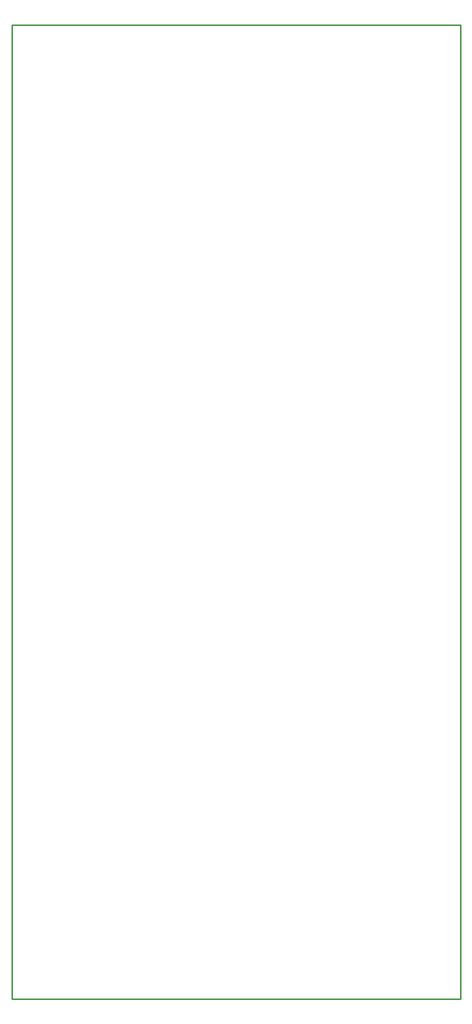
<source format=gko>
G04 Layer: BoardOutlineLayer*
G04 EasyEDA v6.5.1, 2022-03-27 02:12:12*
G04 f7dead78dcdb48cf945481d8fe3a8f79,963ededa1bec40798c37f3e62625e793,10*
G04 Gerber Generator version 0.2*
G04 Scale: 100 percent, Rotated: No, Reflected: No *
G04 Dimensions in millimeters *
G04 leading zeros omitted , absolute positions ,4 integer and 5 decimal *
%FSLAX45Y45*%
%MOMM*%

%ADD10C,0.2540*%
D10*
X0Y10000000D02*
G01*
X7600000Y10000000D01*
X7600000Y-6499999D01*
X0Y-6499999D01*
X0Y10000000D01*

%LPD*%
M02*

</source>
